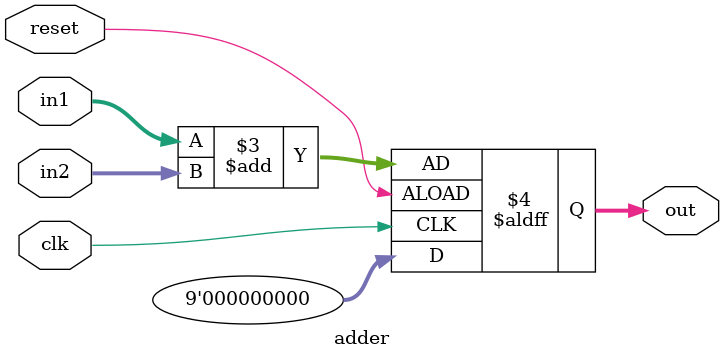
<source format=sv>
module adder(input clk, reset, input [7:0] in1, in2, output reg [8:0] out);
  always@(posedge clk or posedge reset) begin 
    if(!reset) out <= 0;
    else out <= in1 + in2;
  end
endmodule

</source>
